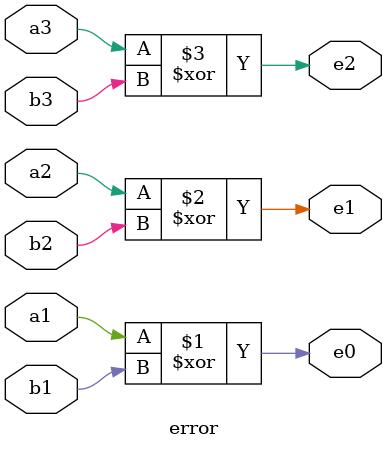
<source format=v>
`timescale 1ns/1ps

module error(
	input a1, a2, a3, b1, b2, b3,
	output e0, e1, e2
);

xor g1(e0, a1, b1);
xor g2(e1, a2, b2);
xor g3(e2, a3, b3);

endmodule
</source>
